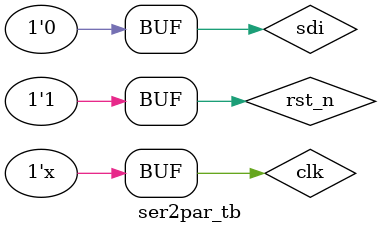
<source format=v>
`timescale 1ns / 1ps


module ser2par_tb;
reg clk;
reg rst_n;
reg start;
wire sdi;
wire [7:0] shift_reg;
wire finish;

//instantiate
serial2paralel ser2par_inst(
    .clk        (clk),
    .rst_n      (rst_n),
    .start      (start),
    .sdi        (sdi),
    .shift_reg  (shift_reg),
    .finish     (finish)
);
reg [3:0] counter;
reg [7:0] par_data;
initial begin
    clk = 1'b0;
    rst_n = 1'b0;
    start  = 1'b0;
    counter = 0;
    sdi     = 8'b0;
    #20;
    rst_n = 1'b1;
end
//Create clk signal
always #10 clk <= ~clk; //clk 50 MHz

always @(negedge rst_n or posedge clk) begin
    if(!rst_n) begin
        counter <= 0;
        par_data <= 0;
    end    
    else begin
        counter <= counter + 1;
        if(counter == 15) par_data <= par_data + 1;
    end 
end

always @(counter) begin
    if(counter == 0) 
        start <= 1'b1;
    else 
        start <= 1'b0;
end

parallel_to_serial par2ser_inst(
    .clk    (clk),
    .rst_n  (rst_n),
    .load   (start),
    .in     (par_data),
    .sdo    (sdi)
 );
    
endmodule

</source>
